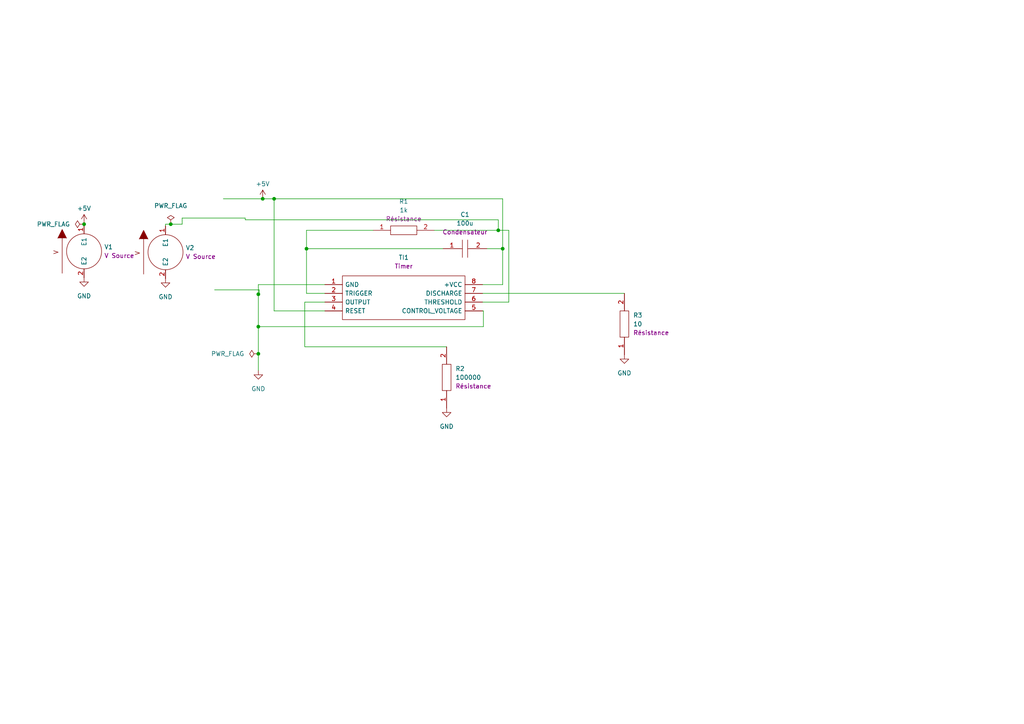
<source format=kicad_sch>
(kicad_sch (version 20230121) (generator eeschema)
  (paper "A4")
  (lib_symbols
    (symbol "EPSA_lib:Condensateur 0805Y1000104JXT" (pin_names (offset 0.762))
      (property "Reference" "C" (at 20.32 5.08 0))
      (property "Value" "10u" (at 11.43 -2.286 0))
      (property "Render Name" "Condensateur" (at 6.35 3.81 0))
      (symbol "Condensateur 0805Y1000104JXT_0_0"
        (pin passive line (at 0 0 0) (length 5.08) (name "~") (number "1"))
        (pin passive line (at 12.7 0 180) (length 5.08) (name "~") (number "2"))
      )
      (symbol "Condensateur 0805Y1000104JXT_0_1"
        (polyline (pts (xy 5.08 0) (xy 5.588 0)) (stroke (width 0.1524)))
        (polyline (pts (xy 5.588 2.54) (xy 5.588 -2.54)) (stroke (width 0.1524)))
        (polyline (pts (xy 7.112 0) (xy 7.62 0)) (stroke (width 0.1524)))
        (polyline (pts (xy 7.112 2.54) (xy 7.112 -2.54)) (stroke (width 0.1524)))
      )
    )
    (symbol "EPSA_lib:Résistance RK73H2BLTDD2152F" (pin_names (offset 0.762))
      (property "Reference" "R" (at 25.4 5.08 0))
      (property "Value" "10" (at 7.62 -2.54 0))
      (property "Render Name" "Résistance" (at 8.89 2.54 0))
      (symbol "Résistance RK73H2BLTDD2152F_0_0"
        (pin passive line (at 0 0 0) (length 5.08) (name "~") (number "1"))
        (pin passive line (at 17.78 0 180) (length 5.08) (name "~") (number "2"))
      )
      (symbol "Résistance RK73H2BLTDD2152F_0_1"
        (polyline (pts (xy 5.08 1.27) (xy 12.7 1.27) (xy 12.7 -1.27) (xy 5.08 -1.27) (xy 5.08 1.27)) (stroke (width 0.1524)))
      )
    )
    (symbol "EPSA_lib:Timer 555 LM555CMX_NOPB" (pin_names (offset 0.762))
      (property "Reference" "TI" (at 53.34 10.16 0))
      (property "Render Name" "Timer" (at 21.59 3.81 0))
      (symbol "Timer 555 LM555CMX_NOPB_0_0"
        (pin passive line (at 0 0 0) (length 5.08) (name "GND") (number "1"))
        (pin passive line (at 0 -2.54 0) (length 5.08) (name "TRIGGER") (number "2"))
        (pin passive line (at 0 -5.08 0) (length 5.08) (name "OUTPUT") (number "3"))
        (pin passive line (at 0 -7.62 0) (length 5.08) (name "RESET") (number "4"))
        (pin passive line (at 45.72 -7.62 180) (length 5.08) (name "CONTROL_VOLTAGE") (number "5"))
        (pin passive line (at 45.72 -5.08 180) (length 5.08) (name "THRESHOLD") (number "6"))
        (pin passive line (at 45.72 -2.54 180) (length 5.08) (name "DISCHARGE") (number "7"))
        (pin passive line (at 45.72 0 180) (length 5.08) (name "+VCC") (number "8"))
      )
      (symbol "Timer 555 LM555CMX_NOPB_0_1"
        (polyline (pts (xy 5.08 2.54) (xy 40.64 2.54) (xy 40.64 -10.16) (xy 5.08 -10.16) (xy 5.08 2.54)) (stroke (width 0.1524)))
      )
    )
    (symbol "EPSA_lib:VSOURCE" (pin_names (offset 1.016)) (in_bom no) (on_board no)
      (property "Reference" "V" (at 8.89 12.7 0))
      (property "Render Name" "V Source" (at -1.27 10.16 0))
      (symbol "VSOURCE_0_1"
        (circle (center -1.27 0) (radius 5.08))
        (polyline (pts (xy -7.62 6.35) (xy 2.54 6.35)) (fill (type outline)))
        (polyline (pts (xy 2.54 7.62) (xy 5.08 6.35) (xy 2.54 5.08)) (fill (type outline)))
        (text "V" (at -1.524 8.128 0) (effects (font (size 1.27 1.27))))
      )
      (symbol "VSOURCE_1_1"
        (pin input line (at 6.35 0 180) (length 2.54) (name "E1") (number "1"))
        (pin input line (at -8.89 0 0) (length 2.54) (name "E2") (number "2"))
      )
    )
    (symbol "power:+5V" (power) (pin_names (offset 0))
      (property "Value" "+5V" (at 0 3.556 0))
      (symbol "+5V_0_1"
        (polyline (pts (xy -0.762 1.27) (xy 0 2.54)))
        (polyline (pts (xy 0 0) (xy 0 2.54)))
        (polyline (pts (xy 0 2.54) (xy 0.762 1.27)))
      )
      (symbol "+5V_1_1"
        (pin power_in line (at 0 0 90) (length 0) hide (name "+5V") (number "1"))
      )
    )
    (symbol "power:GND" (power) (pin_names (offset 0))
      (property "Value" "GND" (at 0 -3.81 0))
      (symbol "GND_0_1"
        (polyline (pts (xy 0 0) (xy 0 -1.27) (xy 1.27 -1.27) (xy 0 -2.54) (xy -1.27 -1.27) (xy 0 -1.27)))
      )
      (symbol "GND_1_1"
        (pin power_in line (at 0 0 270) (length 0) hide (name "GND") (number "1"))
      )
    )
    (symbol "power:PWR_FLAG" (power) (pin_numbers hide) (pin_names (offset 0) hide)
      (property "Value" "PWR_FLAG" (at 0 3.81 0))
      (symbol "PWR_FLAG_0_0"
        (pin power_out line (at 0 0 90) (length 0) (name "pwr") (number "1"))
      )
      (symbol "PWR_FLAG_0_1"
        (polyline (pts (xy 0 0) (xy 0 1.27) (xy -1.016 1.905) (xy 0 2.54) (xy 1.016 1.905) (xy 0 1.27)))
      )
    )
  )
  (junction (at 74.93 102.616))
  (junction (at 74.93 94.742))
  (junction (at 74.93 85.344))
  (junction (at 144.526 66.802))
  (junction (at 88.9 72.136))
  (junction (at 49.53 65.024))
  (junction (at 24.384 65.024))
  (junction (at 79.502 57.658))
  (junction (at 145.796 72.136))
  (junction (at 76.2 57.658))
  (wire (pts (xy 145.796 72.136) (xy 145.796 82.55)))
  (wire (pts (xy 94.234 90.17) (xy 79.502 90.17)))
  (wire (pts (xy 145.796 82.55) (xy 139.954 82.55)))
  (wire (pts (xy 88.9 85.09) (xy 88.9 72.136)))
  (wire (pts (xy 49.53 65.024) (xy 52.832 65.024)))
  (wire (pts (xy 88.9 72.136) (xy 88.9 66.802)))
  (wire (pts (xy 94.234 85.09) (xy 88.9 85.09)))
  (wire (pts (xy 76.2 57.658) (xy 79.502 57.658)))
  (wire (pts (xy 74.93 82.55) (xy 94.234 82.55)))
  (wire (pts (xy 144.526 63.754) (xy 71.12 63.754)))
  (wire (pts (xy 52.832 63.246) (xy 71.12 63.246)))
  (wire (pts (xy 140.208 90.17) (xy 139.954 90.17)))
  (wire (pts (xy 49.53 65.024) (xy 48.006 65.024)))
  (wire (pts (xy 62.23 84.074) (xy 75.184 84.074)))
  (wire (pts (xy 88.392 100.584) (xy 129.54 100.584)))
  (wire (pts (xy 74.93 102.616) (xy 74.93 107.442)))
  (wire (pts (xy 75.184 84.074) (xy 75.184 85.344)))
  (wire (pts (xy 79.502 57.658) (xy 145.796 57.658)))
  (wire (pts (xy 24.384 65.024) (xy 24.384 65.278)))
  (wire (pts (xy 140.208 94.742) (xy 140.208 90.17)))
  (wire (pts (xy 147.574 87.63) (xy 139.954 87.63)))
  (wire (pts (xy 88.392 87.63) (xy 88.392 100.584)))
  (wire (pts (xy 74.93 85.344) (xy 74.93 94.742)))
  (wire (pts (xy 74.93 94.742) (xy 74.93 102.616)))
  (wire (pts (xy 74.93 85.344) (xy 75.184 85.344)))
  (wire (pts (xy 144.526 66.802) (xy 147.574 66.802)))
  (wire (pts (xy 88.9 66.802) (xy 108.204 66.802)))
  (wire (pts (xy 52.832 63.246) (xy 52.832 65.024)))
  (wire (pts (xy 24.384 64.77) (xy 24.384 65.024)))
  (wire (pts (xy 147.574 66.802) (xy 147.574 87.63)))
  (wire (pts (xy 144.526 66.802) (xy 144.526 63.754)))
  (wire (pts (xy 71.12 63.246) (xy 71.12 63.754)))
  (wire (pts (xy 145.796 57.658) (xy 145.796 72.136)))
  (wire (pts (xy 74.93 82.55) (xy 74.93 85.344)))
  (wire (pts (xy 74.93 94.742) (xy 140.208 94.742)))
  (wire (pts (xy 125.984 66.802) (xy 144.526 66.802)))
  (wire (pts (xy 141.224 72.136) (xy 145.796 72.136)))
  (wire (pts (xy 48.006 65.024) (xy 48.006 65.532)))
  (wire (pts (xy 64.77 57.658) (xy 76.2 57.658)))
  (wire (pts (xy 94.234 87.63) (xy 88.392 87.63)))
  (wire (pts (xy 88.9 72.136) (xy 128.524 72.136)))
  (wire (pts (xy 139.954 85.09) (xy 181.102 85.09)))
  (wire (pts (xy 79.502 90.17) (xy 79.502 57.658)))
  (symbol (lib_id "power:GND") (at 24.384 80.518 0) (unit 1)
    (property "Reference" "#PWR03" (effects hide))
    (property "Value" "GND" (at 24.384 85.852 0))
  )
  (symbol (lib_id "EPSA_lib:Résistance RK73H2BLTDD2152F") (at 108.204 66.802 0) (unit 1)
    (property "Reference" "R1" (at 117.094 58.42 0))
    (property "Value" "1k" (at 117.094 60.96 0))
    (property "Footprint" "EPSA_lib:RESC3216X70N" (effects hide))
    (property "Datasheet" "http://www.koaspeer.com/catimages/Products/RK73H/RK73H.pdf" (effects hide))
    (property "Sim.Pins" "1=+ 2=-" (effects hide))
    (property "Sim.Device" "R" (effects hide))
    (property "Description" "Thick Film Resistors - SMD" (effects hide))
    (property "Height" "0.7" (effects hide))
    (property "Manufacturer_Name" "KOA Speer" (effects hide))
    (property "Manufacturer_Part_Number" "RK73H2BLTDD2152F" (effects hide))
    (property "Mouser Part Number" "N/A" (effects hide))
    (property "Mouser Price/Stock" "https://www.mouser.co.uk/ProductDetail/KOA-Speer/RK73H2BLTDD2152F?qs=WeIALVmW3zmyxMFsjVzMRw%3D%3D" (effects hide))
    (property "Render Name" "Résistance" (at 117.094 63.5 0))
  )
  (symbol (lib_id "power:GND") (at 48.006 80.772 0) (unit 1)
    (property "Reference" "#PWR06" (effects hide))
    (property "Value" "GND" (at 48.006 86.106 0))
  )
  (symbol (lib_id "EPSA_lib:VSOURCE") (at 48.006 71.882 90) (unit 1) (in_bom no) (on_board no)
    (property "Reference" "V2" (at 53.848 71.882 90) (effects (justify right)))
    (property "Value" "0" (effects hide))
    (property "Sim.Pins" "1=+ 2=-" (effects hide))
    (property "Sim.Type" "PULSE" (effects hide))
    (property "Sim.Device" "V" (effects hide))
    (property "Render Name" "V Source" (at 53.848 74.422 90) (effects (justify right)))
    (property "Sim.Params" "y1=0 y2=5 td=1 tr=0.01 tf=0.01 tw=4 per=10 np=3" (effects hide))
  )
  (symbol (lib_id "EPSA_lib:Condensateur 0805Y1000104JXT") (at 128.524 72.136 0) (unit 1)
    (property "Reference" "C1" (at 134.874 62.23 0))
    (property "Value" "100u" (at 134.874 64.77 0))
    (property "Footprint" "EPSA_lib:CAPC2012X130N" (effects hide))
    (property "Datasheet" "http://docs-europe.electrocomponents.com/webdocs/119d/0900766b8119d7bc.pdf" (effects hide))
    (property "Sim.Pins" "1=+ 2=-" (effects hide))
    (property "Sim.Device" "C" (effects hide))
    (property "Description" "Syfer 0805 Ceramic Chip Capacitors" (effects hide))
    (property "Height" "1.3" (effects hide))
    (property "Manufacturer_Name" "Syfer" (effects hide))
    (property "Manufacturer_Part_Number" "0805Y1000104JXT" (effects hide))
    (property "Render Name" "Condensateur" (at 134.874 67.31 0))
  )
  (symbol (lib_id "power:PWR_FLAG") (at 49.53 65.024 0) (unit 1)
    (property "Reference" "#FLG03" (effects hide))
    (property "Value" "PWR_FLAG" (at 49.53 59.69 0))
  )
  (symbol (lib_id "EPSA_lib:VSOURCE") (at 24.384 71.628 90) (unit 1) (in_bom no) (on_board no)
    (property "Reference" "V1" (at 30.226 71.628 90) (effects (justify right)))
    (property "Value" "5" (effects hide))
    (property "Sim.Pins" "1=+ 2=-" (effects hide))
    (property "Sim.Type" "DC" (effects hide))
    (property "Sim.Device" "V" (effects hide))
    (property "Render Name" "V Source" (at 30.226 74.168 90) (effects (justify right)))
  )
  (symbol (lib_id "EPSA_lib:Timer 555 LM555CMX_NOPB") (at 94.234 82.55 0) (unit 1)
    (property "Reference" "TI1" (at 117.094 74.676 0))
    (property "Value" "Timer 555 LM555CMX_NOPB" (effects hide))
    (property "Footprint" "EPSA_lib:SOIC127P600X175-8N" (effects hide))
    (property "Datasheet" "http://www.ti.com/lit/ds/symlink/lm555.pdf" (effects hide))
    (property "Sim.Pins" "6=1 5=2 2=3 4=4 3=5 7=6 8=7 1=8" (effects hide))
    (property "Sim.Device" "SPICE" (effects hide))
    (property "Sim.Params" "type=\"X\" model=\"TLC555\" lib=\"${EPSA}\\SpiceModel\\555_TLC555.lib\"" (effects hide))
    (property "Description" "Highly stable 555 timer for generating accurate time delays and oscillation" (effects hide))
    (property "Height" "1.75" (effects hide))
    (property "Manufacturer_Name" "Texas Instruments" (effects hide))
    (property "Manufacturer_Part_Number" "LM555CMX/NOPB" (effects hide))
    (property "Mouser Part Number" "926-LM555CMX/NOPB" (effects hide))
    (property "Mouser Price/Stock" "https://www.mouser.co.uk/ProductDetail/Texas-Instruments/LM555CMX-NOPB?qs=QbsRYf82W3GHnQuoL%2FmIoA%3D%3D" (effects hide))
    (property "Render Name" "Timer" (at 117.094 77.216 0))
  )
  (symbol (lib_id "power:PWR_FLAG") (at 74.93 102.616 90) (unit 1)
    (property "Reference" "#FLG02" (effects hide))
    (property "Value" "PWR_FLAG" (at 70.866 102.616 90) (effects (justify left)))
  )
  (symbol (lib_id "power:GND") (at 181.102 102.87 0) (unit 1)
    (property "Reference" "#PWR07" (effects hide))
    (property "Value" "GND" (at 181.102 108.204 0))
  )
  (symbol (lib_id "EPSA_lib:Résistance RK73H2BLTDD2152F") (at 181.102 102.87 90) (unit 1)
    (property "Reference" "R3" (at 183.642 91.44 90) (effects (justify right)))
    (property "Value" "10" (at 183.642 93.98 90) (effects (justify right)))
    (property "Footprint" "EPSA_lib:RESC3216X70N" (effects hide))
    (property "Datasheet" "http://www.koaspeer.com/catimages/Products/RK73H/RK73H.pdf" (effects hide))
    (property "Sim.Pins" "1=+ 2=-" (effects hide))
    (property "Sim.Device" "R" (effects hide))
    (property "Description" "Thick Film Resistors - SMD" (effects hide))
    (property "Height" "0.7" (effects hide))
    (property "Manufacturer_Name" "KOA Speer" (effects hide))
    (property "Manufacturer_Part_Number" "RK73H2BLTDD2152F" (effects hide))
    (property "Mouser Part Number" "N/A" (effects hide))
    (property "Mouser Price/Stock" "https://www.mouser.co.uk/ProductDetail/KOA-Speer/RK73H2BLTDD2152F?qs=WeIALVmW3zmyxMFsjVzMRw%3D%3D" (effects hide))
    (property "Render Name" "Résistance" (at 183.642 96.52 90) (effects (justify right)))
  )
  (symbol (lib_id "EPSA_lib:Résistance RK73H2BLTDD2152F") (at 129.54 118.364 90) (unit 1)
    (property "Reference" "R2" (at 132.08 106.934 90) (effects (justify right)))
    (property "Value" "100000" (at 132.08 109.474 90) (effects (justify right)))
    (property "Footprint" "EPSA_lib:RESC3216X70N" (effects hide))
    (property "Datasheet" "http://www.koaspeer.com/catimages/Products/RK73H/RK73H.pdf" (effects hide))
    (property "Sim.Pins" "1=+ 2=-" (effects hide))
    (property "Sim.Device" "R" (effects hide))
    (property "Description" "Thick Film Resistors - SMD" (effects hide))
    (property "Height" "0.7" (effects hide))
    (property "Manufacturer_Name" "KOA Speer" (effects hide))
    (property "Manufacturer_Part_Number" "RK73H2BLTDD2152F" (effects hide))
    (property "Mouser Part Number" "N/A" (effects hide))
    (property "Mouser Price/Stock" "https://www.mouser.co.uk/ProductDetail/KOA-Speer/RK73H2BLTDD2152F?qs=WeIALVmW3zmyxMFsjVzMRw%3D%3D" (effects hide))
    (property "Render Name" "Résistance" (at 132.08 112.014 90) (effects (justify right)))
  )
  (symbol (lib_id "power:+5V") (at 24.384 64.77 0) (unit 1)
    (property "Reference" "#PWR04" (effects hide))
    (property "Value" "+5V" (at 24.384 60.452 0))
  )
  (symbol (lib_id "power:GND") (at 74.93 107.442 0) (unit 1)
    (property "Reference" "#PWR01" (effects hide))
    (property "Value" "GND" (at 74.93 112.776 0))
  )
  (symbol (lib_id "power:GND") (at 129.54 118.364 0) (unit 1)
    (property "Reference" "#PWR05" (effects hide))
    (property "Value" "GND" (at 129.54 123.698 0))
  )
  (symbol (lib_id "power:PWR_FLAG") (at 24.384 65.024 90) (unit 1)
    (property "Reference" "#FLG01" (effects hide))
    (property "Value" "PWR_FLAG" (at 20.32 65.024 90) (effects (justify left)))
  )
  (symbol (lib_id "power:+5V") (at 76.2 57.658 0) (unit 1)
    (property "Reference" "#PWR02" (effects hide))
    (property "Value" "+5V" (at 76.2 53.34 0))
  )
)
</source>
